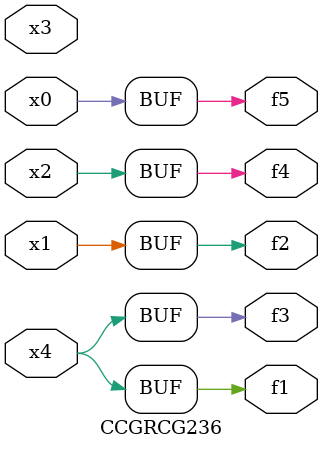
<source format=v>
module CCGRCG236(
	input x0, x1, x2, x3, x4,
	output f1, f2, f3, f4, f5
);
	assign f1 = x4;
	assign f2 = x1;
	assign f3 = x4;
	assign f4 = x2;
	assign f5 = x0;
endmodule

</source>
